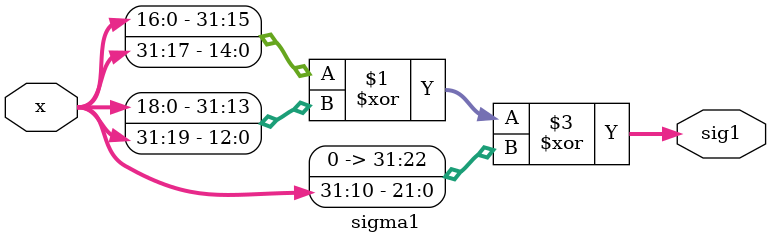
<source format=sv>

module top #(parameter MSG_SIZE = 24,
	     parameter PADDED_SIZE = 512)
   (input logic [MSG_SIZE-1:0] message,
    output logic [255:0] hashed);

   logic [PADDED_SIZE-1:0] padded;

   sha_padder #(.MSG_SIZE(MSG_SIZE), .PADDED_SIZE(PADDED_SIZE)) padder (.message(message), .padded(padded));
   sha256 #(.PADDED_SIZE(PADDED_SIZE)) main (.padded(padded), .hashed(hashed));
   
   
endmodule // sha_256

module sha_padder #(parameter MSG_SIZE = 24,	     
		    parameter PADDED_SIZE = 512) 
   (input logic [MSG_SIZE-1:0] message,
    output logic [PADDED_SIZE-1:0] padded);

localparam zero_width = PADDED_SIZE - 64 - MSG_SIZE - 1;
localparam back_0_width = 64 - $bits(MSG_SIZE);

   // Pad your output (Section 2.2)
   assign padded = {message, 1'b1, {zero_width{1'b0}}, {back_0_width{1'b0}}, MSG_SIZE};

endmodule // sha_padder

module sha256 #(parameter PADDED_SIZE = 512)
   (input logic [PADDED_SIZE-1:0] padded,
    output logic [255:0] hashed);   

   logic [255:0] H = {32'h6a09e667, 32'hbb67ae85,
		      32'h3c6ef372, 32'ha54ff53a, 32'h510e527f, 32'h9b05688c,
		      32'h1f83d9ab, 32'h5be0cd19};   
	
   logic [2047:0] K = {32'h428a2f98, 32'h71374491, 32'hb5c0fbcf,
		       32'he9b5dba5, 32'h3956c25b, 32'h59f111f1, 32'h923f82a4,
		       32'hab1c5ed5, 32'hd807aa98, 32'h12835b01, 32'h243185be,
		       32'h550c7dc3, 32'h72be5d74, 32'h80deb1fe, 32'h9bdc06a7,
		       32'hc19bf174, 32'he49b69c1, 32'hefbe4786, 32'h0fc19dc6,
		       32'h240ca1cc, 32'h2de92c6f, 32'h4a7484aa, 32'h5cb0a9dc,
		       32'h76f988da, 32'h983e5152, 32'ha831c66d, 32'hb00327c8,
		       32'hbf597fc7, 32'hc6e00bf3, 32'hd5a79147, 32'h06ca6351,
		       32'h14292967, 32'h27b70a85, 32'h2e1b2138, 32'h4d2c6dfc,
		       32'h53380d13, 32'h650a7354, 32'h766a0abb, 32'h81c2c92e,
		       32'h92722c85, 32'ha2bfe8a1, 32'ha81a664b, 32'hc24b8b70,
		       32'hc76c51a3, 32'hd192e819, 32'hd6990624, 32'hf40e3585,
		       32'h106aa070, 32'h19a4c116, 32'h1e376c08, 32'h2748774c,
		       32'h34b0bcb5, 32'h391c0cb3, 32'h4ed8aa4a, 32'h5b9cca4f,
		       32'h682e6ff3, 32'h748f82ee, 32'h78a5636f, 32'h84c87814,
		       32'h8cc70208, 32'h90befffa, 32'ha4506ceb, 32'hbef9a3f7,
		       32'hc67178f2};

   // Define your intermediate variables here (forgetting them assumes variables are 1-bit)
   logic [31:0]   a, b, c, d, e, f, g, h;
   logic [31:0]   a63_out, b63_out, c63_out, d63_out, e63_out, f63_out, g63_out, h63_out;
   logic [31:0]   h0, h1, h2, h3, h4, h5, h6, h7;
   logic [31:0]   W0, W1, W2, W3, W4, W5, W6, W7, W8, W9, W10, W11, W12, W13, W14, W15, W16, W17, W18, W19, W20, W21, W22, W23, W24, W25, W26, W27, W28, W29, W30, W31, W32, W33, W34, W35, W36, W37, W38, W39, W40, W41, W42, W43, W44, W45, W46, W47, W48, W49, W50, W51, W52, W53, W54, W55, W56, W57, W58, W59, W60, W61, W62, W63;

   logic [31:0]   a0_out, a1_out, a2_out, a3_out, a4_out, a5_out, a6_out, a7_out, a8_out, a9_out, a10_out, a11_out, a12_out, a13_out, a14_out, a15_out, a16_out, a17_out, a18_out, a19_out, a20_out, a21_out, a22_out, a23_out, a24_out, a25_out, a26_out, a27_out, a28_out, a29_out, a30_out, a31_out, a32_out, a33_out, a34_out, a35_out, a36_out, a37_out, a38_out, a39_out, a40_out, a41_out, a42_out, a43_out, a44_out, a45_out, a46_out, a47_out, a48_out, a49_out, a50_out, a51_out, a52_out, a53_out, a54_out, a55_out, a56_out, a57_out, a58_out, a59_out, a60_out, a61_out, a62_out;
   logic [31:0]   b0_out, b1_out, b2_out, b3_out, b4_out, b5_out, b6_out, b7_out, b8_out, b9_out, b10_out, b11_out, b12_out, b13_out, b14_out, b15_out, b16_out, b17_out, b18_out, b19_out, b20_out, b21_out, b22_out, b23_out, b24_out, b25_out, b26_out, b27_out, b28_out, b29_out, b30_out, b31_out, b32_out, b33_out, b34_out, b35_out, b36_out, b37_out, b38_out, b39_out, b40_out, b41_out, b42_out, b43_out, b44_out, b45_out, b46_out, b47_out, b48_out, b49_out, b50_out, b51_out, b52_out, b53_out, b54_out, b55_out, b56_out, b57_out, b58_out, b59_out, b60_out, b61_out, b62_out;
   logic [31:0]   c0_out, c1_out, c2_out, c3_out, c4_out, c5_out, c6_out, c7_out, c8_out, c9_out, c10_out, c11_out, c12_out, c13_out, c14_out, c15_out, c16_out, c17_out, c18_out, c19_out, c20_out, c21_out, c22_out, c23_out, c24_out, c25_out, c26_out, c27_out, c28_out, c29_out, c30_out, c31_out, c32_out, c33_out, c34_out, c35_out, c36_out, c37_out, c38_out, c39_out, c40_out, c41_out, c42_out, c43_out, c44_out, c45_out, c46_out, c47_out, c48_out, c49_out, c50_out, c51_out, c52_out, c53_out, c54_out, c55_out, c56_out, c57_out, c58_out, c59_out, c60_out, c61_out, c62_out;
   logic [31:0]   d0_out, d1_out, d2_out, d3_out, d4_out, d5_out, d6_out, d7_out, d8_out, d9_out, d10_out, d11_out, d12_out, d13_out, d14_out, d15_out, d16_out, d17_out, d18_out, d19_out, d20_out, d21_out, d22_out, d23_out, d24_out, d25_out, d26_out, d27_out, d28_out, d29_out, d30_out, d31_out, d32_out, d33_out, d34_out, d35_out, d36_out, d37_out, d38_out, d39_out, d40_out, d41_out, d42_out, d43_out, d44_out, d45_out, d46_out, d47_out, d48_out, d49_out, d50_out, d51_out, d52_out, d53_out, d54_out, d55_out, d56_out, d57_out, d58_out, d59_out, d60_out, d61_out, d62_out;
   logic [31:0]   e0_out, e1_out, e2_out, e3_out, e4_out, e5_out, e6_out, e7_out, e8_out, e9_out, e10_out, e11_out, e12_out, e13_out, e14_out, e15_out, e16_out, e17_out, e18_out, e19_out, e20_out, e21_out, e22_out, e23_out, e24_out, e25_out, e26_out, e27_out, e28_out, e29_out, e30_out, e31_out, e32_out, e33_out, e34_out, e35_out, e36_out, e37_out, e38_out, e39_out, e40_out, e41_out, e42_out, e43_out, e44_out, e45_out, e46_out, e47_out, e48_out, e49_out, e50_out, e51_out, e52_out, e53_out, e54_out, e55_out, e56_out, e57_out, e58_out, e59_out, e60_out, e61_out, e62_out;
   logic [31:0]   f0_out, f1_out, f2_out, f3_out, f4_out, f5_out, f6_out, f7_out, f8_out, f9_out, f10_out, f11_out, f12_out, f13_out, f14_out, f15_out, f16_out, f17_out, f18_out, f19_out, f20_out, f21_out, f22_out, f23_out, f24_out, f25_out, f26_out, f27_out, f28_out, f29_out, f30_out, f31_out, f32_out, f33_out, f34_out, f35_out, f36_out, f37_out, f38_out, f39_out, f40_out, f41_out, f42_out, f43_out, f44_out, f45_out, f46_out, f47_out, f48_out, f49_out, f50_out, f51_out, f52_out, f53_out, f54_out, f55_out, f56_out, f57_out, f58_out, f59_out, f60_out, f61_out, f62_out;
   logic [31:0]   h0_out, h1_out, h2_out, h3_out, h4_out, h5_out, h6_out, h7_out, h8_out, h9_out, h10_out, h11_out, h12_out, h13_out, h14_out, h15_out, h16_out, h17_out, h18_out, h19_out, h20_out, h21_out, h22_out, h23_out, h24_out, h25_out, h26_out, h27_out, h28_out, h29_out, h30_out, h31_out, h32_out, h33_out, h34_out, h35_out, h36_out, h37_out, h38_out, h39_out, h40_out, h41_out, h42_out, h43_out, h44_out, h45_out, h46_out, h47_out, h48_out, h49_out, h50_out, h51_out, h52_out, h53_out, h54_out, h55_out, h56_out, h57_out, h58_out, h59_out, h60_out, h61_out, h62_out;
   logic [31:0]   g0_out, g1_out, g2_out, g3_out, g4_out, g5_out, g6_out, g7_out, g8_out, g9_out, g10_out, g11_out, g12_out, g13_out, g14_out, g15_out, g16_out, g17_out, g18_out, g19_out, g20_out, g21_out, g22_out, g23_out, g24_out, g25_out, g26_out, g27_out, g28_out, g29_out, g30_out, g31_out, g32_out, g33_out, g34_out, g35_out, g36_out, g37_out, g38_out, g39_out, g40_out, g41_out, g42_out, g43_out, g44_out, g45_out, g46_out, g47_out, g48_out, g49_out, g50_out, g51_out, g52_out, g53_out, g54_out, g55_out, g56_out, g57_out, g58_out, g59_out, g60_out, g61_out, g62_out;

   prepare p1 (padded[511:480], padded[479:448], padded[447:416],
               padded[415:384], padded[383:352], padded[351:320],
               padded[319:288], padded[287:256], padded[255:224],
               padded[223:192], padded[191:160], padded[159:128],
               padded[127:96], padded[95:64], padded[63:32],
               padded[31:0], W0, W1, W2, W3, W4, W5, W6, W7, W8, W9,
               W10, W11, W12, W13, W14, W15, W16, W17, W18, W19,
               W20, W21, W22, W23, W24, W25, W26, W27, W28, W29,
               W30, W31, W32, W33, W34, W35, W36, W37, W38, W39,
               W40, W41, W42, W43, W44, W45, W46, W47, W48, W49,
               W50, W51, W52, W53, W54, W55, W56, W57, W58, W59,
               W60, W61, W62, W63);

   // Initialize a through h
   assign a = H[255:224];
   assign b = H[223:192];
   assign c = H[191:160];
   assign d = H[159:128];
   assign e = H[127:96];
   assign f = H[95:64];
   assign g = H[63:32];
   assign h = H[31:0];
   
   // 64 hash computations
   // Each main_comp block computes according to Sec 2.3.3
   main_comp mc01 (a, b, c, d, 
                   e, f, g, h, 
                   K[2047:2016], W0,
                   a0_out, b0_out, c0_out, d0_out, 
                   e0_out, f0_out, g0_out, h0_out);

   main_comp mc02 (a0_out, b0_out, c0_out, d0_out, 
                   e0_out, f0_out, g0_out, h0_out, 
                   K[2015:1984], W1,
                   a1_out, b1_out, c1_out, d1_out, 
                   e1_out, f1_out, g1_out, h1_out);
                   
   main_comp mc03 (a1_out, b1_out, c1_out, d1_out,
                   e1_out, f1_out, g1_out, h1_out,
                   K[1983:1952], W2,
                   a2_out, b2_out, c2_out, d2_out,
                   e2_out, f2_out, g2_out, h2_out); // add arguments within parenthesis

   main_comp mc04 (a2_out, b2_out, c2_out, d2_out,
                   e2_out, f2_out, g2_out, h2_out,
                   K[1951:1920], W3,
                   a3_out, b3_out, c3_out, d3_out,
                   e3_out, f3_out, g3_out, h3_out); // add arguments within parenthesis

   main_comp mc05 (a3_out, b3_out, c3_out, d3_out,
                   e3_out, f3_out, g3_out, h3_out,
                   K[1919:1888], W4,
                   a4_out, b4_out, c4_out, d4_out,
                   e4_out, f4_out, g4_out, h4_out); // add arguments within parenthesis

   main_comp mc06 (a4_out, b4_out, c4_out, d4_out,
                   e4_out, f4_out, g4_out, h4_out,
                   K[1887:1856], W5,
                   a5_out, b5_out, c5_out, d5_out,
                   e5_out, f5_out, g5_out, h5_out); // add arguments within parenthesis

   main_comp mc07 (a5_out, b5_out, c5_out, d5_out,
                   e5_out, f5_out, g5_out, h5_out,
                   K[1855:1824], W6,
                   a6_out, b6_out, c6_out, d6_out,
                   e6_out, f6_out, g6_out, h6_out); // add arguments within parenthesis

   main_comp mc08 (a6_out, b6_out, c6_out, d6_out,
                   e6_out, f6_out, g6_out, h6_out,
                   K[1823:1792], W7,
                   a7_out, b7_out, c7_out, d7_out,
                   e7_out, f7_out, g7_out, h7_out); // add arguments within parenthesis

   main_comp mc09 (a7_out, b7_out, c7_out, d7_out,
                   e7_out, f7_out, g7_out, h7_out,
                   K[1791:1760], W8,
                   a8_out, b8_out, c8_out, d8_out,
                   e8_out, f8_out, g8_out, h8_out); // add arguments within parenthesis

   
   main_comp mc10 (a8_out, b8_out, c8_out, d8_out,
                   e8_out, f8_out, g8_out, h8_out,
                   K[1759:1728], W9,
                   a9_out, b9_out, c9_out, d9_out,
                   e9_out, f9_out, g9_out, h9_out); // add arguments within parenthesis

   main_comp mc11 (a9_out, b9_out, c9_out, d9_out,
                   e9_out, f9_out, g9_out, h9_out,
                   K[1727:1696], W10,
                   a10_out, b10_out, c10_out, d10_out,
                   e10_out, f10_out, g10_out, h10_out); // add arguments within parenthesis   

   main_comp mc12 (a10_out, b10_out, c10_out, d10_out,
                   e10_out, f10_out, g10_out, h10_out,
                   K[1695:1664], W11,
                   a11_out, b11_out, c11_out, d11_out,
                   e11_out, f11_out, g11_out, h11_out); // add arguments within parenthesis   

   main_comp mc13 (a11_out, b11_out, c11_out, d11_out,
                   e11_out, f11_out, g11_out, h11_out,
                   K[1663:1632], W12,
                   a12_out, b12_out, c12_out, d12_out,
                   e12_out, f12_out, g12_out, h12_out); // add arguments within parenthesis

   main_comp mc14 (a12_out, b12_out, c12_out, d12_out,
                   e12_out, f12_out, g12_out, h12_out,
                   K[1631:1600], W13,
                   a13_out, b13_out, c13_out, d13_out,
                   e13_out, f13_out, g13_out, h13_out); // add arguments within parenthesis

   main_comp mc15 (a13_out, b13_out, c13_out, d13_out,
                   e13_out, f13_out, g13_out, h13_out,
                   K[1599:1568], W14,
                   a14_out, b14_out, c14_out, d14_out,
                   e14_out, f14_out, g14_out, h14_out); // add arguments within parenthesis

   main_comp mc16 (a14_out, b14_out, c14_out, d14_out,
                   e14_out, f14_out, g14_out, h14_out,
                   K[1567:1536], W15,
                   a15_out, b15_out, c15_out, d15_out,
                   e15_out, f15_out, g15_out, h15_out); // add arguments within parenthesis

   main_comp mc17 (a15_out, b15_out, c15_out, d15_out,
                   e15_out, f15_out, g15_out, h15_out,
                   K[1535:1504], W16,
                   a16_out, b16_out, c16_out, d16_out,
                   e16_out, f16_out, g16_out, h16_out); // add arguments within parenthesis

   main_comp mc18 (a16_out, b16_out, c16_out, d16_out,
                   e16_out, f16_out, g16_out, h16_out,
                   K[1503:1472], W17,
                   a17_out, b17_out, c17_out, d17_out,
                   e17_out, f17_out, g17_out, h17_out); // add arguments within parenthesis

   main_comp mc19 (a17_out, b17_out, c17_out, d17_out,
                   e17_out, f17_out, g17_out, h17_out,
                   K[1471:1440], W18,
                   a18_out, b18_out, c18_out, d18_out,
                   e18_out, f18_out, g18_out, h18_out); // add arguments within parenthesis


   main_comp mc20 (a18_out, b18_out, c18_out, d18_out,
                   e18_out, f18_out, g18_out, h18_out,
                   K[1439:1408], W19,
                   a19_out, b19_out, c19_out, d19_out,
                   e19_out, f19_out, g19_out, h19_out); // add arguments within parenthesis

   main_comp mc21 (a19_out, b19_out, c19_out, d19_out,
                   e19_out, f19_out, g19_out, h19_out,
                   K[1407:1376], W20,
                   a20_out, b20_out, c20_out, d20_out,
                   e20_out, f20_out, g20_out, h20_out); // add arguments within parenthesis   

   main_comp mc22 (a20_out, b20_out, c20_out, d20_out,
                   e20_out, f20_out, g20_out, h20_out,
                   K[1375:1344], W21,
                   a21_out, b21_out, c21_out, d21_out,
                   e21_out, f21_out, g21_out, h21_out); // add arguments within parenthesis   

   main_comp mc23 (a21_out, b21_out, c21_out, d21_out,
                   e21_out, f21_out, g21_out, h21_out,
                   K[1343:1312], W22,
                   a22_out, b22_out, c22_out, d22_out,
                   e22_out, f22_out, g22_out, h22_out); // add arguments within parenthesis

   main_comp mc24 (a22_out, b22_out, c22_out, d22_out,
                   e22_out, f22_out, g22_out, h22_out,
                   K[1311:1280], W23,
                   a23_out, b23_out, c23_out, d23_out,
                   e23_out, f23_out, g23_out, h23_out); // add arguments within parenthesis

   main_comp mc25 (a23_out, b23_out, c23_out, d23_out,
                   e23_out, f23_out, g23_out, h23_out,
                   K[1279:1248], W24,
                   a24_out, b24_out, c24_out, d24_out,
                   e24_out, f24_out, g24_out, h24_out); // add arguments within parenthesis

   main_comp mc26 (a24_out, b24_out, c24_out, d24_out,
                   e24_out, f24_out, g24_out, h24_out,
                   K[1247:1216], W25,
                   a25_out, b25_out, c25_out, d25_out,
                   e25_out, f25_out, g25_out, h25_out); // add arguments within parenthesis

   main_comp mc27 (a25_out, b25_out, c25_out, d25_out,
                   e25_out, f25_out, g25_out, h25_out,
                   K[1215:1184], W26,
                   a26_out, b26_out, c26_out, d26_out,
                   e26_out, f26_out, g26_out, h26_out); // add arguments within parenthesis

   main_comp mc28 (a26_out, b26_out, c26_out, d26_out,
                   e26_out, f26_out, g26_out, h26_out,
                   K[1183:1152], W27,
                   a27_out, b27_out, c27_out, d27_out,
                   e27_out, f27_out, g27_out, h27_out); // add arguments within parenthesis

   main_comp mc29 (a27_out, b27_out, c27_out, d27_out,
                   e27_out, f27_out, g27_out, h27_out,
                   K[1151:1120], W28,
                   a28_out, b28_out, c28_out, d28_out,
                   e28_out, f28_out, g28_out, h28_out); // add arguments within parenthesis


   main_comp mc30 (a28_out, b28_out, c28_out, d28_out,
                   e28_out, f28_out, g28_out, h28_out,
                   K[1119:1088], W29,
                   a29_out, b29_out, c29_out, d29_out,
                   e29_out, f29_out, g29_out, h29_out); // add arguments within parenthesis

   main_comp mc31 (a29_out, b29_out, c29_out, d29_out,
                   e29_out, f29_out, g29_out, h29_out,
                   K[1087:1056], W30,
                   a30_out, b30_out, c30_out, d30_out,
                   e30_out, f30_out, g30_out, h30_out); // add arguments within parenthesis   

   main_comp mc32 (a30_out, b30_out, c30_out, d30_out,
                   e30_out, f30_out, g30_out, h30_out,
                   K[1055:1024], W31,
                   a31_out, b31_out, c31_out, d31_out,
                   e31_out, f31_out, g31_out, h31_out); // add arguments within parenthesis   

   main_comp mc33 (a31_out, b31_out, c31_out, d31_out,
                   e31_out, f31_out, g31_out, h31_out,
                   K[1023:992], W32,
                   a32_out, b32_out, c32_out, d32_out,
                   e32_out, f32_out, g32_out, h32_out); // add arguments within parenthesis

   main_comp mc34 (a32_out, b32_out, c32_out, d32_out,
                   e32_out, f32_out, g32_out, h32_out,
                   K[991:960], W33,
                   a33_out, b33_out, c33_out, d33_out,
                   e33_out, f33_out, g33_out, h33_out); // add arguments within parenthesis

   main_comp mc35 (a33_out, b33_out, c33_out, d33_out,
                   e33_out, f33_out, g33_out, h33_out,
                   K[959:928], W34,
                   a34_out, b34_out, c34_out, d34_out,
                   e34_out, f34_out, g34_out, h34_out); // add arguments within parenthesis

   main_comp mc36 (a34_out, b34_out, c34_out, d34_out,
                   e34_out, f34_out, g34_out, h34_out,
                   K[927:896], W35,
                   a35_out, b35_out, c35_out, d35_out,
                   e35_out, f35_out, g35_out, h35_out); // add arguments within parenthesis

   main_comp mc37 (a35_out, b35_out, c35_out, d35_out,
                   e35_out, f35_out, g35_out, h35_out,
                   K[895:864], W36,
                   a36_out, b36_out, c36_out, d36_out,
                   e36_out, f36_out, g36_out, h36_out); // add arguments within parenthesis

   main_comp mc38 (a36_out, b36_out, c36_out, d36_out,
                   e36_out, f36_out, g36_out, h36_out,
                   K[863:832], W37,
                   a37_out, b37_out, c37_out, d37_out,
                   e37_out, f37_out, g37_out, h37_out); // add arguments within parenthesis

   main_comp mc39 (a37_out, b37_out, c37_out, d37_out,
                   e37_out, f37_out, g37_out, h37_out,
                   K[831:800], W38,
                   a38_out, b38_out, c38_out, d38_out,
                   e38_out, f38_out, g38_out, h38_out); // add arguments within parenthesis


   main_comp mc40 (a38_out, b38_out, c38_out, d38_out,
                   e38_out, f38_out, g38_out, h38_out,
                   K[799:768], W39,
                   a39_out, b39_out, c39_out, d39_out,
                   e39_out, f39_out, g39_out, h39_out); // add arguments within parenthesis

   main_comp mc41 (a39_out, b39_out, c39_out, d39_out,
                   e39_out, f39_out, g39_out, h39_out,
                   K[767:736], W40,
                   a40_out, b40_out, c40_out, d40_out,
                   e40_out, f40_out, g40_out, h40_out); // add arguments within parenthesis   

   main_comp mc42 (a40_out, b40_out, c40_out, d40_out,
                   e40_out, f40_out, g40_out, h40_out,
                   K[735:704], W41,
                   a41_out, b41_out, c41_out, d41_out,
                   e41_out, f41_out, g41_out, h41_out); // add arguments within parenthesis   

   main_comp mc43 (a41_out, b41_out, c41_out, d41_out,
                   e41_out, f41_out, g41_out, h41_out,
                   K[703:672], W42,
                   a42_out, b42_out, c42_out, d42_out,
                   e42_out, f42_out, g42_out, h42_out); // add arguments within parenthesis

   main_comp mc44 (a42_out, b42_out, c42_out, d42_out,
                   e42_out, f42_out, g42_out, h42_out,
                   K[671:640], W43,
                   a43_out, b43_out, c43_out, d43_out,
                   e43_out, f43_out, g43_out, h43_out); // add arguments within parenthesis

   main_comp mc45 (a43_out, b43_out, c43_out, d43_out,
                   e43_out, f43_out, g43_out, h43_out,
                   K[639:608], W44,
                   a44_out, b44_out, c44_out, d44_out,
                   e44_out, f44_out, g44_out, h44_out); // add arguments within parenthesis

   main_comp mc46 (a44_out, b44_out, c44_out, d44_out,
                   e44_out, f44_out, g44_out, h44_out,
                   K[607:576], W45,
                   a45_out, b45_out, c45_out, d45_out,
                   e45_out, f45_out, g45_out, h45_out); // add arguments within parenthesis

   main_comp mc47 (a45_out, b45_out, c45_out, d45_out,
                   e45_out, f45_out, g45_out, h45_out,
                   K[575:544], W46,
                   a46_out, b46_out, c46_out, d46_out,
                   e46_out, f46_out, g46_out, h46_out); // add arguments within parenthesis

   main_comp mc48 (a46_out, b46_out, c46_out, d46_out,
                   e46_out, f46_out, g46_out, h46_out,
                   K[543:512], W47,
                   a47_out, b47_out, c47_out, d47_out,
                   e47_out, f47_out, g47_out, h47_out); // add arguments within parenthesis

   main_comp mc49 (a47_out, b47_out, c47_out, d47_out,
                   e47_out, f47_out, g47_out, h47_out,
                   K[511:480], W48,
                   a48_out, b48_out, c48_out, d48_out,
                   e48_out, f48_out, g48_out, h48_out); // add arguments within parenthesis


   main_comp mc50 (a48_out, b48_out, c48_out, d48_out,
                   e48_out, f48_out, g48_out, h48_out,
                   K[479:448], W49,
                   a49_out, b49_out, c49_out, d49_out,
                   e49_out, f49_out, g49_out, h49_out); // add arguments within parenthesis

   main_comp mc51 (a49_out, b49_out, c49_out, d49_out,
                   e49_out, f49_out, g49_out, h49_out,
                   K[447:416], W50,
                   a50_out, b50_out, c50_out, d50_out,
                   e50_out, f50_out, g50_out, h50_out); // add arguments within parenthesis   

   main_comp mc52 (a50_out, b50_out, c50_out, d50_out,
                   e50_out, f50_out, g50_out, h50_out,
                   K[415:384], W51,
                   a51_out, b51_out, c51_out, d51_out,
                   e51_out, f51_out, g51_out, h51_out); // add arguments within parenthesis   

   main_comp mc53 (a51_out, b51_out, c51_out, d51_out,
                   e51_out, f51_out, g51_out, h51_out,
                   K[383:352], W52,
                   a52_out, b52_out, c52_out, d52_out,
                   e52_out, f52_out, g52_out, h52_out); // add arguments within parenthesis

   main_comp mc54 (a52_out, b52_out, c52_out, d52_out,
                   e52_out, f52_out, g52_out, h52_out,
                   K[351:320], W53,
                   a53_out, b53_out, c53_out, d53_out,
                   e53_out, f53_out, g53_out, h53_out); // add arguments within parenthesis

   main_comp mc55 (a53_out, b53_out, c53_out, d53_out,
                   e53_out, f53_out, g53_out, h53_out,
                   K[319:288], W54,
                   a54_out, b54_out, c54_out, d54_out,
                   e54_out, f54_out, g54_out, h54_out); // add arguments within parenthesis

   main_comp mc56 (a54_out, b54_out, c54_out, d54_out,
                   e54_out, f54_out, g54_out, h54_out,
                   K[287:256], W55,
                   a55_out, b55_out, c55_out, d55_out,
                   e55_out, f55_out, g55_out, h55_out); // add arguments within parenthesis

   main_comp mc57 (a55_out, b55_out, c55_out, d55_out,
                   e55_out, f55_out, g55_out, h55_out,
                   K[255:224], W56,
                   a56_out, b56_out, c56_out, d56_out,
                   e56_out, f56_out, g56_out, h56_out); // add arguments within parenthesis

   main_comp mc58 (a56_out, b56_out, c56_out, d56_out,
                   e56_out, f56_out, g56_out, h56_out,
                   K[223:192], W57,
                   a57_out, b57_out, c57_out, d57_out,
                   e57_out, f57_out, g57_out, h57_out); // add arguments within parenthesis

   main_comp mc59 (a57_out, b57_out, c57_out, d57_out,
                   e57_out, f57_out, g57_out, h57_out,
                   K[191:160], W58,
                   a58_out, b58_out, c58_out, d58_out,
                   e58_out, f58_out, g58_out, h58_out); // add arguments within parenthesis


   main_comp mc60 (a58_out, b58_out, c58_out, d58_out,
                   e58_out, f58_out, g58_out, h58_out,
                   K[159:128], W59,
                   a59_out, b59_out, c59_out, d59_out,
                   e59_out, f59_out, g59_out, h59_out); // add arguments within parenthesis

   main_comp mc61 (a59_out, b59_out, c59_out, d59_out,
                   e59_out, f59_out, g59_out, h59_out,
                   K[127:96], W60,
                   a60_out, b60_out, c60_out, d60_out,
                   e60_out, f60_out, g60_out, h60_out); // add arguments within parenthesis   

   main_comp mc62 (a60_out, b60_out, c60_out, d60_out,
                   e60_out, f60_out, g60_out, h60_out,
                   K[95:64], W61,
                   a61_out, b61_out, c61_out, d61_out,
                   e61_out, f61_out, g61_out, h61_out); // add arguments within parenthesis   

   main_comp mc63 (a61_out, b61_out, c61_out, d61_out,
                   e61_out, f61_out, g61_out, h61_out,
                   K[63:32], W62,
                   a62_out, b62_out, c62_out, d62_out,
                   e62_out, f62_out, g62_out, h62_out); // add arguments within parenthesis

   main_comp mc64 (a62_out, b62_out, c62_out, d62_out,
                   e62_out, f62_out, g62_out, h62_out,
                   K[31:0], W63,
                   a63_out, b63_out, c63_out, d63_out,
                   e63_out, f63_out, g63_out, h63_out); // add arguments within parenthesis


   intermediate_hash ih1 (a63_out, b63_out, c63_out, d63_out,
			  e63_out, f63_out, g63_out, h63_out,
			  a, b, c, d, e, f, g, h,
			  h0, h1, h2, h3, h4, h5, h6, h7);
   // Final output concatenating h0 through h7 outputs
   // assign hashed = {};

   assign hashed = {h0, h1, h2, h3, h4, h5, h6, h7};

endmodule // sha_main

module prepare (input logic [31:0] M0, M1, M2, M3,
		input logic [31:0]  M4, M5, M6, M7,
		input logic [31:0]  M8, M9, M10, M11,
		input logic [31:0]  M12, M13, M14, M15,
		output logic [31:0] W0, W1, W2, W3, W4, 
		output logic [31:0] W5, W6, W7, W8, W9,
		output logic [31:0] W10, W11, W12, W13, W14, 
		output logic [31:0] W15, W16, W17, W18, W19,
		output logic [31:0] W20, W21, W22, W23, W24, 
		output logic [31:0] W25, W26, W27, W28, W29,
		output logic [31:0] W30, W31, W32, W33, W34, 
		output logic [31:0] W35, W36, W37, W38, W39,
		output logic [31:0] W40, W41, W42, W43, W44, 
		output logic [31:0] W45, W46, W47, W48, W49,
		output logic [31:0] W50, W51, W52, W53, W54, 
		output logic [31:0] W55, W56, W57, W58, W59,
		output logic [31:0] W60, W61, W62, W63);

   logic [31:0] 		    W14_sigma1_out, W15_sigma1_out, W16_sigma1_out, W17_sigma1_out, W18_sigma1_out, W19_sigma1_out, W20_sigma1_out, W21_sigma1_out, W22_sigma1_out, W23_sigma1_out, W24_sigma1_out, W25_sigma1_out, W26_sigma1_out, W27_sigma1_out, W28_sigma1_out, W29_sigma1_out, W30_sigma1_out, W31_sigma1_out, W32_sigma1_out, W33_sigma1_out, W34_sigma1_out, W35_sigma1_out, W36_sigma1_out, W37_sigma1_out, W38_sigma1_out, W39_sigma1_out, W40_sigma1_out, W41_sigma1_out, W42_sigma1_out, W43_sigma1_out, W44_sigma1_out, W45_sigma1_out, W46_sigma1_out, W47_sigma1_out, W48_sigma1_out, W49_sigma1_out, W50_sigma1_out, W51_sigma1_out, W52_sigma1_out, W53_sigma1_out, W54_sigma1_out, W55_sigma1_out, W56_sigma1_out, W57_sigma1_out, W58_sigma1_out, W59_sigma1_out, W60_sigma1_out, W61_sigma1_out;
   logic [31:0] 		    W1_sigma0_out, W2_sigma0_out, W3_sigma0_out, W4_sigma0_out, W5_sigma0_out, W6_sigma0_out, W7_sigma0_out, W8_sigma0_out, W9_sigma0_out, W10_sigma0_out, W11_sigma0_out, W12_sigma0_out, W13_sigma0_out, W14_sigma0_out, W15_sigma0_out, W16_sigma0_out, W17_sigma0_out, W18_sigma0_out, W19_sigma0_out, W20_sigma0_out, W21_sigma0_out, W22_sigma0_out, W23_sigma0_out, W24_sigma0_out, W25_sigma0_out, W26_sigma0_out, W27_sigma0_out, W28_sigma0_out, W29_sigma0_out, W30_sigma0_out, W31_sigma0_out, W32_sigma0_out, W33_sigma0_out, W34_sigma0_out, W35_sigma0_out, W36_sigma0_out, W37_sigma0_out, W38_sigma0_out, W39_sigma0_out, W40_sigma0_out, W41_sigma0_out, W42_sigma0_out, W43_sigma0_out, W44_sigma0_out, W45_sigma0_out, W46_sigma0_out, W47_sigma0_out, W48_sigma0_out;
   
   // Equation for W_i (top of page 7)
   assign W0 = M0;
   assign W1 = M1;
   assign W2 = M2;
   assign W3 = M3;
   assign W4 = M4;
   assign W5 = M5;
   assign W6 = M6;
   assign W7 = M7;
   assign W8 = M8;
   assign W9 = M9;
   assign W10 = M10;
   assign W11 = M11;
   assign W12 = M12;
   assign W13 = M13;
   assign W14 = M14;
   assign W15 = M15;

   // sigma 1 (see bottom of page 6)
   sigma1 sig1_1 (W14, W14_sigma1_out);

   sigma1 sig1_2 (W15, W15_sigma1_out); 
   sigma1 sig1_3 (W16, W16_sigma1_out); 
   sigma1 sig1_4 (W17, W17_sigma1_out); 
   sigma1 sig1_5 (W18, W18_sigma1_out); 
   sigma1 sig1_6 (W19, W19_sigma1_out); 
   sigma1 sig1_7 (W20, W20_sigma1_out); 
   sigma1 sig1_8 (W21, W21_sigma1_out); 
   sigma1 sig1_9 (W22, W22_sigma1_out); 
   sigma1 sig1_10 (W23, W23_sigma1_out); 
   sigma1 sig1_11 (W24, W24_sigma1_out); 
   sigma1 sig1_12 (W25, W25_sigma1_out); 
   sigma1 sig1_13 (W26, W26_sigma1_out); 
   sigma1 sig1_14 (W27, W27_sigma1_out); 
   sigma1 sig1_15 (W28, W28_sigma1_out); 
   sigma1 sig1_16 (W29, W29_sigma1_out); 
   sigma1 sig1_17 (W30, W30_sigma1_out); 
   sigma1 sig1_18 (W31, W31_sigma1_out); 
   sigma1 sig1_19 (W32, W32_sigma1_out); 
   sigma1 sig1_20 (W33, W33_sigma1_out); 
   sigma1 sig1_21 (W34, W34_sigma1_out); 
   sigma1 sig1_22 (W35, W35_sigma1_out); 
   sigma1 sig1_23 (W36, W36_sigma1_out); 
   sigma1 sig1_24 (W37, W37_sigma1_out); 
   sigma1 sig1_25 (W38, W38_sigma1_out); 
   sigma1 sig1_26 (W39, W39_sigma1_out); 
   sigma1 sig1_27 (W40, W40_sigma1_out); 
   sigma1 sig1_28 (W41, W41_sigma1_out); 
   sigma1 sig1_29 (W42, W42_sigma1_out); 
   sigma1 sig1_30 (W43, W43_sigma1_out); 
   sigma1 sig1_31 (W44, W44_sigma1_out); 
   sigma1 sig1_32 (W45, W45_sigma1_out); 
   sigma1 sig1_33 (W46, W46_sigma1_out); 
   sigma1 sig1_34 (W47, W47_sigma1_out); 
   sigma1 sig1_35 (W48, W48_sigma1_out); 
   sigma1 sig1_36 (W49, W49_sigma1_out); 
   sigma1 sig1_37 (W50, W50_sigma1_out); 
   sigma1 sig1_38 (W51, W51_sigma1_out); 
   sigma1 sig1_39 (W52, W52_sigma1_out); 
   sigma1 sig1_40 (W53, W53_sigma1_out); 
   sigma1 sig1_41 (W54, W54_sigma1_out); 
   sigma1 sig1_42 (W55, W55_sigma1_out); 
   sigma1 sig1_43 (W56, W56_sigma1_out); 
   sigma1 sig1_44 (W57, W57_sigma1_out); 
   sigma1 sig1_45 (W58, W58_sigma1_out); 
   sigma1 sig1_46 (W59, W59_sigma1_out);
   sigma1 sig1_47 (W60, W60_sigma1_out); 
   sigma1 sig1_48 (W61, W61_sigma1_out);

   // fill in other sigma1 blocks

   // sigma 0 (see bottom of page 6)
   sigma0 sig0_1 (W1, W1_sigma0_out);

   sigma0 sig0_2 (W2, W2_sigma0_out);
   sigma0 sig0_3 (W3, W3_sigma0_out);
   sigma0 sig0_4 (W4, W4_sigma0_out);
   sigma0 sig0_5 (W5, W5_sigma0_out);
   sigma0 sig0_6 (W6, W6_sigma0_out);
   sigma0 sig0_7 (W7, W7_sigma0_out);
   sigma0 sig0_8 (W8, W8_sigma0_out);
   sigma0 sig0_9 (W9, W9_sigma0_out);
   sigma0 sig0_10 (W10, W10_sigma0_out);
   sigma0 sig0_11 (W11, W11_sigma0_out);
   sigma0 sig0_12 (W12, W12_sigma0_out);
   sigma0 sig0_13 (W13, W13_sigma0_out);
   sigma0 sig0_14 (W14, W14_sigma0_out);
   sigma0 sig0_15 (W15, W15_sigma0_out);
   sigma0 sig0_16 (W16, W16_sigma0_out);
   sigma0 sig0_17 (W17, W17_sigma0_out);
   sigma0 sig0_18 (W18, W18_sigma0_out);
   sigma0 sig0_19 (W19, W19_sigma0_out);
   sigma0 sig0_20 (W20, W20_sigma0_out);
   sigma0 sig0_21 (W21, W21_sigma0_out);
   sigma0 sig0_22 (W22, W22_sigma0_out);
   sigma0 sig0_23 (W23, W23_sigma0_out);
   sigma0 sig0_24 (W24, W24_sigma0_out);
   sigma0 sig0_25 (W25, W25_sigma0_out);
   sigma0 sig0_26 (W26, W26_sigma0_out);
   sigma0 sig0_27 (W27, W27_sigma0_out);
   sigma0 sig0_28 (W28, W28_sigma0_out);
   sigma0 sig0_29 (W29, W29_sigma0_out);
   sigma0 sig0_30 (W30, W30_sigma0_out);
   sigma0 sig0_31 (W31, W31_sigma0_out);
   sigma0 sig0_32 (W32, W32_sigma0_out);
   sigma0 sig0_33 (W33, W33_sigma0_out);
   sigma0 sig0_34 (W34, W34_sigma0_out);
   sigma0 sig0_35 (W35, W35_sigma0_out);
   sigma0 sig0_36 (W36, W36_sigma0_out);
   sigma0 sig0_37 (W37, W37_sigma0_out);
   sigma0 sig0_38 (W38, W38_sigma0_out);
   sigma0 sig0_39 (W39, W39_sigma0_out);
   sigma0 sig0_40 (W40, W40_sigma0_out);
   sigma0 sig0_41 (W41, W41_sigma0_out);
   sigma0 sig0_42 (W42, W42_sigma0_out);
   sigma0 sig0_43 (W43, W43_sigma0_out);
   sigma0 sig0_44 (W44, W44_sigma0_out);
   sigma0 sig0_45 (W45, W45_sigma0_out);
   sigma0 sig0_46 (W46, W46_sigma0_out);
   sigma0 sig0_47 (W47, W47_sigma0_out);
   sigma0 sig0_48 (W48, W48_sigma0_out);

   // fill in other sigma0 blocks

   // Equation for W_i (top of page 7)
   assign W16 = W14_sigma1_out + W9 + W1_sigma0_out + W0;
   assign W17 = W15_sigma1_out + W10 + W2_sigma0_out + W1;
   assign W18 = W16_sigma1_out + W11 + W3_sigma0_out + W2;
   assign W19 = W17_sigma1_out + W12 + W4_sigma0_out + W3;
   assign W20 = W18_sigma1_out + W13 + W5_sigma0_out + W4;
   assign W21 = W19_sigma1_out + W14 + W6_sigma0_out + W5;
   assign W22 = W20_sigma1_out + W15 + W7_sigma0_out + W6;
   assign W23 = W21_sigma1_out + W16 + W8_sigma0_out + W7;
   assign W24 = W22_sigma1_out + W17 + W9_sigma0_out + W8;
   assign W25 = W23_sigma1_out + W18 + W10_sigma0_out + W9;
   assign W26 = W24_sigma1_out + W19 + W11_sigma0_out + W10;
   assign W27 = W25_sigma1_out + W20 + W12_sigma0_out + W11;
   assign W28 = W26_sigma1_out + W21 + W13_sigma0_out + W12;
   assign W29 = W27_sigma1_out + W22 + W14_sigma0_out + W13;
   assign W30 = W28_sigma1_out + W23 + W15_sigma0_out + W14;
   assign W31 = W29_sigma1_out + W24 + W16_sigma0_out + W15;
   assign W32 = W30_sigma1_out + W25 + W17_sigma0_out + W16;
   assign W33 = W31_sigma1_out + W26 + W18_sigma0_out + W17;
   assign W34 = W32_sigma1_out + W27 + W19_sigma0_out + W18;
   assign W35 = W33_sigma1_out + W28 + W20_sigma0_out + W19;
   assign W36 = W34_sigma1_out + W29 + W21_sigma0_out + W20;
   assign W37 = W35_sigma1_out + W30 + W22_sigma0_out + W21;
   assign W38 = W36_sigma1_out + W31 + W23_sigma0_out + W22;
   assign W39 = W37_sigma1_out + W32 + W24_sigma0_out + W23;
   assign W40 = W38_sigma1_out + W33 + W25_sigma0_out + W24;
   assign W41 = W39_sigma1_out + W34 + W26_sigma0_out + W25;
   assign W42 = W40_sigma1_out + W35 + W27_sigma0_out + W26;
   assign W43 = W41_sigma1_out + W36 + W28_sigma0_out + W27;
   assign W44 = W42_sigma1_out + W37 + W29_sigma0_out + W28;
   assign W45 = W43_sigma1_out + W38 + W30_sigma0_out + W29;
   assign W46 = W44_sigma1_out + W39 + W31_sigma0_out + W30;
   assign W47 = W45_sigma1_out + W40 + W32_sigma0_out + W31;
   assign W48 = W46_sigma1_out + W41 + W33_sigma0_out + W32;
   assign W49 = W47_sigma1_out + W42 + W34_sigma0_out + W33;
   assign W50 = W48_sigma1_out + W43 + W35_sigma0_out + W34;
   assign W51 = W49_sigma1_out + W44 + W36_sigma0_out + W35;
   assign W52 = W50_sigma1_out + W45 + W37_sigma0_out + W36;
   assign W53 = W51_sigma1_out + W46 + W38_sigma0_out + W37;
   assign W54 = W52_sigma1_out + W47 + W39_sigma0_out + W38;
   assign W55 = W53_sigma1_out + W48 + W40_sigma0_out + W39;
   assign W56 = W54_sigma1_out + W49 + W41_sigma0_out + W40;
   assign W57 = W55_sigma1_out + W50 + W42_sigma0_out + W41;
   assign W58 = W56_sigma1_out + W51 + W43_sigma0_out + W42;
   assign W59 = W57_sigma1_out + W52 + W44_sigma0_out + W43;
   assign W60 = W58_sigma1_out + W53 + W45_sigma0_out + W44;
   assign W61 = W59_sigma1_out + W54 + W46_sigma0_out + W45;
   assign W62 = W60_sigma1_out + W55 + W47_sigma0_out + W46;
   assign W63 = W61_sigma1_out + W56 + W48_sigma0_out + W47;
endmodule // prepare


module main_comp (input logic [31:0] a_in, b_in, c_in, d_in, e_in, f_in, g_in, h_in,
		  input logic [31:0] K_in, W_in,
		  output logic [31:0] a_out, b_out, c_out, d_out, e_out, f_out, g_out,
		  output logic [31:0] h_out);

   logic [31:0] ch;
   logic [31:0] maj;
   logic [31:0] Sig0;
   logic [31:0] Sig1;
   logic [31:0] T1, T2;

   choice Choice (e_in, f_in, g_in, ch);
   Sigma1 Sig256_1 (e_in, Sig1);
   assign T1 = h_in + Sig1 + ch + K_in + W_in;

   majority Maj (a_in, b_in, c_in, maj);
   Sigma0 Sig256_0 (a_in, Sig0);
   assign T2 = Sig0 + maj;

   assign h_out = g_in;
   assign g_out = f_in;
   assign f_out = e_in;
   assign e_out = d_in + T1;
   assign d_out = c_in;
   assign c_out = b_in;
   assign b_out = a_in;
   assign a_out = T1 + T2;

endmodule // main_comp

module intermediate_hash (input logic [31:0] a_in, b_in, c_in, d_in, e_in, f_in, g_in, h_in,
			  input logic [31:0]  h0_in, h1_in, h2_in, h3_in, h4_in, h5_in, h6_in, h7_in, 
			  output logic [31:0] h0_out, h1_out, h2_out, h3_out, h4_out, h5_out, h6_out, h7_out);

   assign h0_out = a_in + h0_in;
   assign h1_out = b_in + h1_in;
   assign h2_out = c_in + h2_in;
   assign h3_out = d_in + h3_in;
   assign h4_out = e_in + h4_in;
   assign h5_out = f_in + h5_in;
   assign h6_out = g_in + h6_in;
   assign h7_out = h_in + h7_in;
   
endmodule
			  
module majority (input logic [31:0] x, y, z, output logic [31:0] maj);

   // See Section 2.3.3, Number 4
   assign maj = (x & y) ^ (x & z) ^ (y & z);

endmodule // majority

module choice (input logic [31:0] x, y, z, output logic [31:0] ch);

   // See Section 2.3.3, Number 4
   assign ch = (x & y) ^ (~x & z);

endmodule // choice

module Sigma0 (input logic [31:0] x, output logic [31:0] Sig0);

   // See Section 2.3.3, Number 4
   assign Sig0 = {x[1:0], x[31:2]} ^ {x[12:0], x[31:13]} ^ {x[21:0], x[31:22]};

endmodule // Sigma0

module sigma0 (input logic [31:0] x, output logic [31:0] sig0);

   // See Section 2.3.3, Number 2
   assign sig0 = {x[6:0], x[31:7]} ^ {x[17:0], x[31:18]} ^ (x >> 3);

endmodule // sigma0

module Sigma1 (input logic [31:0] x, output logic [31:0] Sig1);

   // See Section 2.3.3, Number 4
   assign Sig1 = {x[5:0], x[31:6]} ^ {x[10:0], x[31:11]} ^ {x[24:0], x[31:25]};

endmodule // Sigma1

module sigma1 (input logic [31:0] x, output logic [31:0] sig1);

      // See Section 2.3.3, Number 2
      assign sig1 = {x[16:0], x[31:17]} ^ {x[18:0], x[31:19]} ^ (x >> 10);

endmodule // sigma1

     
   


</source>
